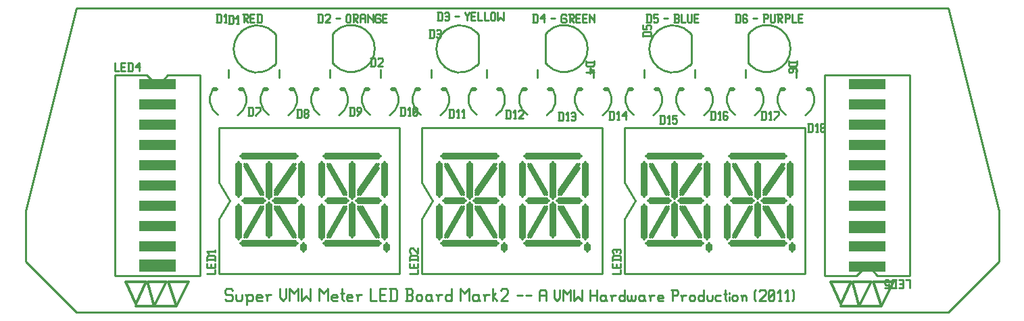
<source format=gbr>
G04 start of page 7 for group -4079 idx -4079 *
G04 Title: (unknown), topsilk *
G04 Creator: pcb 20100929 *
G04 CreationDate: Mon 21 Feb 2011 05:52:53 PM GMT UTC *
G04 For: vince *
G04 Format: Gerber/RS-274X *
G04 PCB-Dimensions: 480000 150000 *
G04 PCB-Coordinate-Origin: lower left *
%MOIN*%
%FSLAX25Y25*%
%LNFRONTSILK*%
%ADD11C,0.0120*%
%ADD13C,0.0200*%
%ADD22C,0.0100*%
G54D13*G36*
X56000Y115000D02*X74000D01*
Y110000D01*
X56000D01*
Y115000D01*
G37*
G36*
Y105000D02*X74000D01*
Y100000D01*
X56000D01*
Y105000D01*
G37*
G36*
Y95000D02*X74000D01*
Y90000D01*
X56000D01*
Y95000D01*
G37*
G36*
Y85000D02*X74000D01*
Y80000D01*
X56000D01*
Y85000D01*
G37*
G36*
Y75000D02*X74000D01*
Y70000D01*
X56000D01*
Y75000D01*
G37*
G36*
Y65000D02*X74000D01*
Y60000D01*
X56000D01*
Y65000D01*
G37*
G36*
Y55000D02*X74000D01*
Y50000D01*
X56000D01*
Y55000D01*
G37*
G36*
Y45000D02*X74000D01*
Y40000D01*
X56000D01*
Y45000D01*
G37*
G36*
Y35000D02*X74000D01*
Y30000D01*
X56000D01*
Y35000D01*
G37*
G36*
Y26000D02*X74000D01*
Y20000D01*
X56000D01*
Y26000D01*
G37*
G36*
X406000Y85000D02*X424000D01*
Y80000D01*
X406000D01*
Y85000D01*
G37*
G36*
Y75000D02*X424000D01*
Y70000D01*
X406000D01*
Y75000D01*
G37*
G36*
Y65000D02*X424000D01*
Y60000D01*
X406000D01*
Y65000D01*
G37*
G36*
Y55000D02*X424000D01*
Y50000D01*
X406000D01*
Y55000D01*
G37*
G36*
Y115000D02*X423000D01*
Y110000D01*
X406000D01*
Y115000D01*
G37*
G36*
Y105000D02*X423000D01*
Y100000D01*
X406000D01*
Y105000D01*
G37*
G36*
Y95000D02*X423000D01*
Y90000D01*
X406000D01*
Y95000D01*
G37*
G36*
Y45000D02*X424000D01*
Y39000D01*
X406000D01*
Y45000D01*
G37*
G36*
Y35000D02*X424000D01*
Y30000D01*
X406000D01*
Y35000D01*
G37*
G36*
Y25000D02*X424000D01*
Y20000D01*
X406000D01*
Y25000D01*
G37*
G36*
X423000Y115000D02*X424000D01*
Y110000D01*
X423000D01*
Y115000D01*
G37*
G36*
Y105000D02*X424000D01*
Y100000D01*
X423000D01*
Y105000D01*
G37*
G36*
Y95000D02*X424000D01*
Y90000D01*
X423000D01*
Y95000D01*
G37*
G54D22*X0Y50000D02*X25000Y150000D01*
X0Y50000D02*Y25000D01*
X25000Y0D01*
G54D11*X49500Y15000D02*X54500Y4000D01*
X116000Y58000D02*X108000Y72000D01*
X104000Y73000D02*Y58000D01*
X106000D02*Y73000D01*
X108000Y38000D02*X116000Y52000D01*
X54500Y4000D02*X59500Y15000D01*
X49500D01*
X70500D02*X80500D01*
X69500D02*X63500Y3000D01*
X60500Y14000D01*
Y15000D02*X69500D01*
X54500Y3000D02*X74500D01*
X70500Y15000D01*
X80500D02*X74500Y3000D01*
X107000Y33000D02*X133000D01*
Y34000D02*X107000D01*
X106000D02*X134000D01*
X107000Y35000D02*X133000D01*
X136000Y31000D02*Y33000D01*
X124000Y52000D02*X133000Y37000D01*
X123000Y51000D02*X132000Y37000D01*
X125000Y52000D02*X133000Y38000D01*
X131000Y39000D01*
X124000Y52000D01*
X135000Y73000D02*Y58000D01*
X137000D02*Y73000D01*
X136000Y36000D02*Y53000D01*
X135000Y52000D02*Y37000D01*
X137000D02*Y52000D01*
X136000Y33000D02*X137000Y30000D01*
Y33000D01*
Y34000D02*Y32000D01*
X118000Y55000D02*X107000D01*
X117000Y54000D02*X108000D01*
X122000Y55000D02*X134000D01*
X133000Y54000D02*X123000D01*
X108000Y56000D02*X117000D01*
X105000Y57000D02*Y74000D01*
X108000Y37000D02*X117000Y52000D01*
Y58000D02*X108000Y73000D01*
X109000Y37000D02*X117000Y51000D01*
X136000Y57000D02*Y74000D01*
X123000Y58000D02*X133000Y73000D01*
X123000Y60000D02*X132000Y73000D01*
X124000Y58000D02*X133000Y71000D01*
X106000Y77000D02*X134000D01*
X107000Y76000D02*X133000D01*
X107000Y78000D02*X133000D01*
X123000Y56000D02*X133000D01*
X123000Y59000D02*X124000Y60000D01*
X123000Y52000D02*X125000Y49000D01*
X105000Y53000D02*Y36000D01*
X106000Y52000D02*Y37000D01*
X104000D02*Y52000D01*
X120000Y54000D02*Y38000D01*
Y37000D02*Y39000D01*
X121000Y53000D02*Y39000D01*
X119000Y53000D02*Y38000D01*
X121000Y40000D02*Y38000D01*
X120000Y56000D02*Y73000D01*
X119000Y57000D02*Y73000D01*
X121000Y57000D02*Y72000D01*
Y73000D02*Y71000D01*
X120000Y72000D02*Y74000D01*
X117000Y59000D02*X109000Y73000D01*
G54D22*X455000Y150000D02*X480000Y50000D01*
Y25000D01*
X455000Y0D01*
G54D11*X333000Y54000D02*X323000D01*
X318000Y55000D02*X307000D01*
X308000Y56000D02*X317000D01*
Y54000D02*X308000D01*
X306000Y77000D02*X334000D01*
X307000Y76000D02*X333000D01*
X307000Y78000D02*X333000D01*
X362000Y73000D02*Y71000D01*
X361000Y72000D02*Y74000D01*
X336000Y57000D02*Y74000D01*
X335000Y73000D02*Y58000D01*
X337000D02*Y73000D01*
X358000Y58000D02*X349000Y73000D01*
X358000Y59000D02*X350000Y73000D01*
X305000Y57000D02*Y74000D01*
X304000Y73000D02*Y58000D01*
X306000D02*Y73000D01*
X316000Y58000D02*X308000Y72000D01*
X307000Y33000D02*X333000D01*
Y34000D02*X307000D01*
X306000D02*X334000D01*
X247000Y33000D02*X273000D01*
Y34000D02*X247000D01*
X246000D02*X274000D01*
X247000Y35000D02*X273000D01*
X246000Y77000D02*X274000D01*
X247000Y76000D02*X273000D01*
X247000Y78000D02*X273000D01*
X258000Y55000D02*X247000D01*
X257000Y54000D02*X248000D01*
X262000Y55000D02*X274000D01*
X263000Y56000D02*X273000D01*
Y54000D02*X263000D01*
X248000Y56000D02*X257000D01*
X256000Y58000D02*X248000Y72000D01*
X245000Y57000D02*Y74000D01*
X244000Y73000D02*Y58000D01*
X246000D02*Y73000D01*
X360000Y53000D02*Y38000D01*
X362000Y40000D02*Y38000D01*
X364000Y52000D02*X366000Y49000D01*
X364000Y58000D02*X374000Y73000D01*
X364000Y60000D02*X373000Y73000D01*
X364000Y59000D02*X365000Y60000D01*
Y58000D02*X374000Y71000D01*
X349000Y37000D02*X358000Y52000D01*
X349000Y38000D02*X357000Y52000D01*
X350000Y37000D02*X358000Y51000D01*
X372000Y39000D02*X365000Y52000D01*
X377000Y31000D02*Y33000D01*
X378000Y30000D01*
Y33000D01*
Y34000D02*Y32000D01*
X365000Y52000D02*X374000Y37000D01*
X364000Y51000D02*X373000Y37000D01*
X366000Y52000D02*X374000Y38000D01*
X372000Y39000D01*
X379000Y33000D02*Y31000D01*
X397000Y15000D02*X402000Y4000D01*
X407000Y15000D01*
X397000D01*
X417000D02*X411000Y3000D01*
X408000Y14000D01*
Y15000D02*X417000D01*
X402000Y3000D02*X422000D01*
X418000Y15000D01*
X428000D01*
X422000Y3000D01*
G54D22*X25000Y150000D02*X455000D01*
Y0D02*X25000D01*
G54D11*X234000Y52000D02*Y37000D01*
X236000D02*Y52000D01*
X235000Y31000D02*Y33000D01*
X236000Y30000D01*
Y33000D01*
Y34000D02*Y32000D01*
X245000Y53000D02*Y36000D01*
X246000Y52000D02*Y37000D01*
X248000D02*X257000Y52000D01*
X248000Y38000D02*X256000Y52000D01*
X249000Y37000D02*X257000Y51000D01*
X244000Y37000D02*Y52000D01*
X219000Y54000D02*Y38000D01*
X218000Y53000D02*Y38000D01*
X207000Y37000D02*X216000Y52000D01*
X207000Y38000D02*X215000Y52000D01*
X208000Y37000D02*X216000Y51000D01*
X219000Y37000D02*Y39000D01*
X220000Y53000D02*Y39000D01*
Y40000D02*Y38000D01*
X222000Y52000D02*X224000Y49000D01*
X223000Y52000D02*X232000Y37000D01*
X222000Y51000D02*X231000Y37000D01*
X224000Y52000D02*X232000Y38000D01*
X230000Y39000D01*
X223000Y52000D01*
X166000D02*X174000Y38000D01*
X172000Y39000D01*
X179000Y33000D02*Y31000D01*
X172000Y39000D02*X165000Y52000D01*
X158000Y59000D02*X150000Y73000D01*
X138000Y33000D02*Y31000D01*
X174000Y34000D02*X148000D01*
X147000D02*X175000D01*
X148000Y35000D02*X174000D01*
X147000Y77000D02*X175000D01*
X148000Y76000D02*X174000D01*
X148000Y78000D02*X174000D01*
X157000Y58000D02*X149000Y72000D01*
X146000Y57000D02*Y74000D01*
X145000Y73000D02*Y58000D01*
X147000D02*Y73000D01*
X161000Y56000D02*Y73000D01*
X160000Y57000D02*Y73000D01*
X162000Y57000D02*Y72000D01*
Y73000D02*Y71000D01*
X161000Y72000D02*Y74000D01*
X159000Y55000D02*X148000D01*
X149000Y56000D02*X158000D01*
Y54000D02*X149000D01*
X163000Y55000D02*X175000D01*
X164000Y56000D02*X174000D01*
Y54000D02*X164000D01*
X177000Y57000D02*Y74000D01*
X176000Y73000D02*Y58000D01*
X178000D02*Y73000D01*
X177000Y36000D02*Y53000D01*
X176000Y52000D02*Y37000D01*
X178000D02*Y52000D01*
X146000Y53000D02*Y36000D01*
X147000Y52000D02*Y37000D01*
X145000D02*Y52000D01*
X161000Y54000D02*Y38000D01*
Y37000D02*Y39000D01*
X162000Y53000D02*Y39000D01*
X160000Y53000D02*Y38000D01*
X162000Y40000D02*Y38000D01*
X148000Y33000D02*X174000D01*
X206000D02*X232000D01*
Y34000D02*X206000D01*
X205000D02*X233000D01*
X206000Y35000D02*X232000D01*
X217000Y55000D02*X206000D01*
X207000Y56000D02*X216000D01*
Y54000D02*X207000D01*
X204000Y53000D02*Y36000D01*
X203000Y37000D02*Y52000D01*
X205000D02*Y37000D01*
X215000Y58000D02*X207000Y72000D01*
X204000Y57000D02*Y74000D01*
X203000Y73000D02*Y58000D01*
X205000D02*Y73000D01*
Y77000D02*X233000D01*
X206000Y76000D02*X232000D01*
X206000Y78000D02*X232000D01*
X235000Y57000D02*Y74000D01*
X234000Y73000D02*Y58000D01*
X236000D02*Y73000D01*
X307000Y35000D02*X333000D01*
X322000Y55000D02*X334000D01*
X323000Y56000D02*X333000D01*
X221000Y55000D02*X233000D01*
X222000Y56000D02*X232000D01*
Y54000D02*X222000D01*
X235000Y36000D02*Y53000D01*
X219000Y56000D02*Y73000D01*
X218000Y57000D02*Y73000D01*
X220000Y57000D02*Y72000D01*
Y73000D02*Y71000D01*
X219000Y72000D02*Y74000D01*
X222000Y58000D02*X232000Y73000D01*
X222000Y60000D02*X231000Y73000D01*
X222000Y59000D02*X223000Y60000D01*
Y58000D02*X232000Y71000D01*
X216000Y58000D02*X207000Y73000D01*
X216000Y59000D02*X208000Y73000D01*
X164000Y58000D02*X174000Y73000D01*
X164000Y60000D02*X173000Y73000D01*
X164000Y59000D02*X165000Y60000D01*
Y58000D02*X174000Y71000D01*
X158000Y58000D02*X149000Y73000D01*
X177000Y31000D02*Y33000D01*
X178000Y30000D01*
Y33000D01*
Y34000D02*Y32000D01*
X164000Y52000D02*X166000Y49000D01*
X149000Y37000D02*X158000Y52000D01*
X165000D02*X174000Y37000D01*
X149000Y38000D02*X157000Y52000D01*
X150000Y37000D02*X158000Y51000D01*
X164000D02*X173000Y37000D01*
X276000Y36000D02*Y53000D01*
X275000Y52000D02*Y37000D01*
X277000D02*Y52000D01*
X259000Y53000D02*Y38000D01*
X260000Y54000D02*Y38000D01*
Y37000D02*Y39000D01*
X261000Y53000D02*Y39000D01*
Y40000D02*Y38000D01*
X276000Y31000D02*Y33000D01*
X277000Y30000D01*
Y33000D01*
Y34000D02*Y32000D01*
X278000Y33000D02*Y31000D01*
X263000Y52000D02*X265000Y49000D01*
X264000Y52000D02*X273000Y37000D01*
X263000Y51000D02*X272000Y37000D01*
X265000Y52000D02*X273000Y38000D01*
X271000Y39000D01*
X264000Y52000D01*
X276000Y57000D02*Y74000D01*
X275000Y73000D02*Y58000D01*
X277000D02*Y73000D01*
X260000Y56000D02*Y73000D01*
X259000Y57000D02*Y73000D01*
X261000Y57000D02*Y72000D01*
Y73000D02*Y71000D01*
X260000Y72000D02*Y74000D01*
X263000Y58000D02*X273000Y73000D01*
X263000Y60000D02*X272000Y73000D01*
X263000Y59000D02*X264000Y60000D01*
Y58000D02*X273000Y71000D01*
X257000Y58000D02*X248000Y73000D01*
X257000Y59000D02*X249000Y73000D01*
X305000Y53000D02*Y36000D01*
X304000Y37000D02*Y52000D01*
X306000D02*Y37000D01*
X320000Y54000D02*Y38000D01*
X319000Y53000D02*Y38000D01*
X337000Y37000D02*Y52000D01*
X336000Y36000D02*Y53000D01*
X335000Y52000D02*Y37000D01*
X320000D02*Y39000D01*
X321000Y53000D02*Y39000D01*
Y40000D02*Y38000D01*
X320000Y56000D02*Y73000D01*
X321000Y57000D02*Y72000D01*
Y73000D02*Y71000D01*
X320000Y72000D02*Y74000D01*
X319000Y57000D02*Y73000D01*
X323000Y58000D02*X333000Y73000D01*
X323000Y60000D02*X332000Y73000D01*
X323000Y59000D02*X324000Y60000D01*
X237000Y33000D02*Y31000D01*
X336000D02*Y33000D01*
X337000Y30000D01*
Y33000D01*
X338000D02*Y31000D01*
X308000Y37000D02*X317000Y52000D01*
X308000Y38000D02*X316000Y52000D01*
X309000Y37000D02*X317000Y51000D01*
Y58000D02*X308000Y73000D01*
X317000Y59000D02*X309000Y73000D01*
X324000Y58000D02*X333000Y71000D01*
X323000Y52000D02*X325000Y49000D01*
X324000Y52000D02*X333000Y37000D01*
X323000Y51000D02*X332000Y37000D01*
X325000Y52000D02*X333000Y38000D01*
X331000Y39000D01*
X324000Y52000D01*
X337000Y34000D02*Y32000D01*
X348000Y33000D02*X374000D01*
Y34000D02*X348000D01*
X347000D02*X375000D01*
X348000Y35000D02*X374000D01*
X363000Y55000D02*X375000D01*
X364000Y56000D02*X374000D01*
Y54000D02*X364000D01*
X361000D02*Y38000D01*
Y37000D02*Y39000D01*
X362000Y53000D02*Y39000D01*
X377000Y57000D02*Y74000D01*
X376000Y73000D02*Y58000D01*
X378000D02*Y73000D01*
X377000Y36000D02*Y53000D01*
X376000Y52000D02*Y37000D01*
X378000D02*Y52000D01*
X357000Y58000D02*X349000Y72000D01*
X359000Y55000D02*X348000D01*
X349000Y56000D02*X358000D01*
X347000Y77000D02*X375000D01*
X348000Y76000D02*X374000D01*
X348000Y78000D02*X374000D01*
X346000Y57000D02*Y74000D01*
X345000Y73000D02*Y58000D01*
X347000D02*Y73000D01*
X346000Y53000D02*Y36000D01*
X345000Y37000D02*Y52000D01*
X347000D02*Y37000D01*
X358000Y54000D02*X349000D01*
X361000Y56000D02*Y73000D01*
X360000Y57000D02*Y73000D01*
X362000Y57000D02*Y72000D01*
G54D22*X250500Y147000D02*Y143000D01*
X252000Y147000D02*X252500Y146500D01*
Y143500D01*
X252000Y143000D02*X252500Y143500D01*
X250000Y143000D02*X252000D01*
X250000Y147000D02*X252000D01*
X253701Y145000D02*X255701Y147000D01*
X253701Y145000D02*X256201D01*
X255701Y147000D02*Y143000D01*
X259202Y145000D02*X261202D01*
X266203Y147000D02*X266703Y146500D01*
X264703Y147000D02*X266203D01*
X264203Y146500D02*X264703Y147000D01*
X264203Y146500D02*Y143500D01*
X264703Y143000D01*
X266203D01*
X266703Y143500D01*
Y144500D02*Y143500D01*
X266203Y145000D02*X266703Y144500D01*
X265203Y145000D02*X266203D01*
X267904Y147000D02*X269904D01*
X270404Y146500D01*
Y145500D01*
X269904Y145000D02*X270404Y145500D01*
X268404Y145000D02*X269904D01*
X268404Y147000D02*Y143000D01*
Y145000D02*X270404Y143000D01*
X271605Y145000D02*X273105D01*
X271605Y143000D02*X273605D01*
X271605Y147000D02*Y143000D01*
Y147000D02*X273605D01*
X274806Y145000D02*X276306D01*
X274806Y143000D02*X276806D01*
X274806Y147000D02*Y143000D01*
Y147000D02*X276806D01*
X278007D02*Y143000D01*
Y147000D02*Y146500D01*
X280507Y144000D01*
Y147000D02*Y143000D01*
X306500Y147000D02*Y143000D01*
X308000Y147000D02*X308500Y146500D01*
Y143500D01*
X308000Y143000D02*X308500Y143500D01*
X306000Y143000D02*X308000D01*
X306000Y147000D02*X308000D01*
X309701D02*X311701D01*
X309701D02*Y145000D01*
X310201Y145500D01*
X311201D01*
X311701Y145000D01*
Y143500D01*
X311201Y143000D02*X311701Y143500D01*
X310201Y143000D02*X311201D01*
X309701Y143500D02*X310201Y143000D01*
X314702Y145000D02*X316702D01*
X319703Y143000D02*X321703D01*
X322203Y143500D01*
Y144500D02*Y143500D01*
X321703Y145000D02*X322203Y144500D01*
X320203Y145000D02*X321703D01*
X320203Y147000D02*Y143000D01*
X319703Y147000D02*X321703D01*
X322203Y146500D01*
Y145500D01*
X321703Y145000D02*X322203Y145500D01*
X323404Y147000D02*Y143000D01*
X325404D01*
X326605Y147000D02*Y143500D01*
X327105Y143000D01*
X328105D01*
X328605Y143500D01*
Y147000D02*Y143500D01*
X329806Y145000D02*X331306D01*
X329806Y143000D02*X331806D01*
X329806Y147000D02*Y143000D01*
Y147000D02*X331806D01*
X350500D02*Y143000D01*
X352000Y147000D02*X352500Y146500D01*
Y143500D01*
X352000Y143000D02*X352500Y143500D01*
X350000Y143000D02*X352000D01*
X350000Y147000D02*X352000D01*
X355201D02*X355701Y146500D01*
X354201Y147000D02*X355201D01*
X353701Y146500D02*X354201Y147000D01*
X353701Y146500D02*Y143500D01*
X354201Y143000D01*
X355201Y145000D02*X355701Y144500D01*
X353701Y145000D02*X355201D01*
X354201Y143000D02*X355201D01*
X355701Y143500D01*
Y144500D02*Y143500D01*
X358702Y145000D02*X360702D01*
X364203Y147000D02*Y143000D01*
X363703Y147000D02*X365703D01*
X366203Y146500D01*
Y145500D01*
X365703Y145000D02*X366203Y145500D01*
X364203Y145000D02*X365703D01*
X367404Y147000D02*Y143500D01*
X367904Y143000D01*
X368904D01*
X369404Y143500D01*
Y147000D02*Y143500D01*
X370605Y147000D02*X372605D01*
X373105Y146500D01*
Y145500D01*
X372605Y145000D02*X373105Y145500D01*
X371105Y145000D02*X372605D01*
X371105Y147000D02*Y143000D01*
Y145000D02*X373105Y143000D01*
X374806Y147000D02*Y143000D01*
X374306Y147000D02*X376306D01*
X376806Y146500D01*
Y145500D01*
X376306Y145000D02*X376806Y145500D01*
X374806Y145000D02*X376306D01*
X378007Y147000D02*Y143000D01*
X380007D01*
X381208Y145000D02*X382708D01*
X381208Y143000D02*X383208D01*
X381208Y147000D02*Y143000D01*
Y147000D02*X383208D01*
X242500Y8510D02*X245160D01*
X246757D02*X249417D01*
X253408Y10505D02*Y5850D01*
Y10505D02*X254073Y11170D01*
X256068D01*
X256733Y10505D01*
Y5850D01*
X253408Y8510D02*X256733D01*
X260724Y11170D02*Y7180D01*
X262054Y5850D01*
X263384Y7180D01*
Y11170D02*Y7180D01*
X264982Y11170D02*Y5850D01*
Y11170D02*X266977Y9175D01*
X268972Y11170D01*
Y5850D01*
X270569Y11170D02*Y5850D01*
X272564Y7845D01*
X274559Y5850D01*
Y11170D02*Y5850D01*
X278550Y11170D02*Y5850D01*
X281875Y11170D02*Y5850D01*
X278550Y8510D02*X281875D01*
X285468D02*X286133Y7845D01*
X284138Y8510D02*X285468D01*
X283473Y7845D02*X284138Y8510D01*
X283473Y7845D02*Y6515D01*
X284138Y5850D01*
X286133Y8510D02*Y6515D01*
X286798Y5850D01*
X284138D02*X285468D01*
X286133Y6515D01*
X289060Y7845D02*Y5850D01*
Y7845D02*X289725Y8510D01*
X291055D01*
X288395D02*X289060Y7845D01*
X295312Y11170D02*Y5850D01*
X294647D02*X295312Y6515D01*
X293317Y5850D02*X294647D01*
X292652Y6515D02*X293317Y5850D01*
X292652Y7845D02*Y6515D01*
Y7845D02*X293317Y8510D01*
X294647D01*
X295312Y7845D01*
X296910Y8510D02*Y6515D01*
X297575Y5850D01*
X298240D01*
X298905Y6515D01*
Y8510D02*Y6515D01*
X299570Y5850D01*
X300235D01*
X300900Y6515D01*
Y8510D02*Y6515D01*
X304492Y8510D02*X305157Y7845D01*
X303162Y8510D02*X304492D01*
X302497Y7845D02*X303162Y8510D01*
X302497Y7845D02*Y6515D01*
X303162Y5850D01*
X305157Y8510D02*Y6515D01*
X305822Y5850D01*
X303162D02*X304492D01*
X305157Y6515D01*
X308084Y7845D02*Y5850D01*
Y7845D02*X308749Y8510D01*
X310079D01*
X307419D02*X308084Y7845D01*
X312342Y5850D02*X314337D01*
X311677Y6515D02*X312342Y5850D01*
X311677Y7845D02*Y6515D01*
Y7845D02*X312342Y8510D01*
X313672D01*
X314337Y7845D01*
X311677Y7180D02*X314337D01*
Y7845D02*Y7180D01*
X318993Y11170D02*Y5850D01*
X318328Y11170D02*X320988D01*
X321653Y10505D01*
Y9175D01*
X320988Y8510D02*X321653Y9175D01*
X318993Y8510D02*X320988D01*
X323915Y7845D02*Y5850D01*
Y7845D02*X324580Y8510D01*
X325910D01*
X323250D02*X323915Y7845D01*
X327508D02*Y6515D01*
Y7845D02*X328173Y8510D01*
X329503D01*
X330168Y7845D01*
Y6515D01*
X329503Y5850D02*X330168Y6515D01*
X328173Y5850D02*X329503D01*
X327508Y6515D02*X328173Y5850D01*
X334425Y11170D02*Y5850D01*
X333760D02*X334425Y6515D01*
X332430Y5850D02*X333760D01*
X331765Y6515D02*X332430Y5850D01*
X331765Y7845D02*Y6515D01*
Y7845D02*X332430Y8510D01*
X333760D01*
X334425Y7845D01*
X336022Y8510D02*Y6515D01*
X336687Y5850D01*
X338017D01*
X338682Y6515D01*
Y8510D02*Y6515D01*
X340945Y8510D02*X342940D01*
X340280Y7845D02*X340945Y8510D01*
X340280Y7845D02*Y6515D01*
X340945Y5850D01*
X342940D01*
X345202Y11170D02*Y6515D01*
X345867Y5850D01*
X344537Y9175D02*X345867D01*
X347198Y9840D02*Y9175D01*
Y7845D02*Y5850D01*
X348530Y7845D02*Y6515D01*
Y7845D02*X349195Y8510D01*
X350525D01*
X351190Y7845D01*
Y6515D01*
X350525Y5850D02*X351190Y6515D01*
X349195Y5850D02*X350525D01*
X348530Y6515D02*X349195Y5850D01*
X353452Y7845D02*Y5850D01*
Y7845D02*X354117Y8510D01*
X354782D01*
X355447Y7845D01*
Y5850D01*
X352787Y8510D02*X353452Y7845D01*
X359438Y6515D02*X360103Y5850D01*
X359438Y10505D02*X360103Y11170D01*
X359438Y10505D02*Y6515D01*
X361701Y10505D02*X362366Y11170D01*
X364361D01*
X365026Y10505D01*
Y9175D01*
X361701Y5850D02*X365026Y9175D01*
X361701Y5850D02*X365026D01*
X366623Y6515D02*X367288Y5850D01*
X366623Y10505D02*Y6515D01*
Y10505D02*X367288Y11170D01*
X368618D01*
X369283Y10505D01*
Y6515D01*
X368618Y5850D02*X369283Y6515D01*
X367288Y5850D02*X368618D01*
X366623Y7180D02*X369283Y9840D01*
X371545Y5850D02*X372875D01*
X372210Y11170D02*Y5850D01*
X370880Y9840D02*X372210Y11170D01*
X375138Y5850D02*X376468D01*
X375803Y11170D02*Y5850D01*
X374473Y9840D02*X375803Y11170D01*
X378065D02*X378730Y10505D01*
Y6515D01*
X378065Y5850D02*X378730Y6515D01*
X94500Y147000D02*Y143000D01*
X96000Y147000D02*X96500Y146500D01*
Y143500D01*
X96000Y143000D02*X96500Y143500D01*
X94000Y143000D02*X96000D01*
X94000Y147000D02*X96000D01*
X98201Y143000D02*X99201D01*
X98701Y147000D02*Y143000D01*
X97701Y146000D02*X98701Y147000D01*
X102202Y145000D02*X104202D01*
X107203Y147000D02*X109203D01*
X109703Y146500D01*
Y145500D01*
X109203Y145000D02*X109703Y145500D01*
X107703Y145000D02*X109203D01*
X107703Y147000D02*Y143000D01*
Y145000D02*X109703Y143000D01*
X110904Y145000D02*X112404D01*
X110904Y143000D02*X112904D01*
X110904Y147000D02*Y143000D01*
Y147000D02*X112904D01*
X114605D02*Y143000D01*
X116105Y147000D02*X116605Y146500D01*
Y143500D01*
X116105Y143000D02*X116605Y143500D01*
X114105Y143000D02*X116105D01*
X114105Y147000D02*X116105D01*
X144500D02*Y143000D01*
X146000Y147000D02*X146500Y146500D01*
Y143500D01*
X146000Y143000D02*X146500Y143500D01*
X144000Y143000D02*X146000D01*
X144000Y147000D02*X146000D01*
X147701Y146500D02*X148201Y147000D01*
X149701D01*
X150201Y146500D01*
Y145500D01*
X147701Y143000D02*X150201Y145500D01*
X147701Y143000D02*X150201D01*
X153202Y145000D02*X155202D01*
X158203Y146500D02*Y143500D01*
Y146500D02*X158703Y147000D01*
X159703D01*
X160203Y146500D01*
Y143500D01*
X159703Y143000D02*X160203Y143500D01*
X158703Y143000D02*X159703D01*
X158203Y143500D02*X158703Y143000D01*
X161404Y147000D02*X163404D01*
X163904Y146500D01*
Y145500D01*
X163404Y145000D02*X163904Y145500D01*
X161904Y145000D02*X163404D01*
X161904Y147000D02*Y143000D01*
Y145000D02*X163904Y143000D01*
X165105Y146500D02*Y143000D01*
Y146500D02*X165605Y147000D01*
X167105D01*
X167605Y146500D01*
Y143000D01*
X165105Y145000D02*X167605D01*
X168806Y147000D02*Y143000D01*
Y147000D02*Y146500D01*
X171306Y144000D01*
Y147000D02*Y143000D01*
X174507Y147000D02*X175007Y146500D01*
X173007Y147000D02*X174507D01*
X172507Y146500D02*X173007Y147000D01*
X172507Y146500D02*Y143500D01*
X173007Y143000D01*
X174507D01*
X175007Y143500D01*
Y144500D02*Y143500D01*
X174507Y145000D02*X175007Y144500D01*
X173507Y145000D02*X174507D01*
X176208D02*X177708D01*
X176208Y143000D02*X178208D01*
X176208Y147000D02*Y143000D01*
Y147000D02*X178208D01*
X203500Y148000D02*Y144000D01*
X205000Y148000D02*X205500Y147500D01*
Y144500D01*
X205000Y144000D02*X205500Y144500D01*
X203000Y144000D02*X205000D01*
X203000Y148000D02*X205000D01*
X206701Y147500D02*X207201Y148000D01*
X208201D01*
X208701Y147500D01*
Y144500D01*
X208201Y144000D02*X208701Y144500D01*
X207201Y144000D02*X208201D01*
X206701Y144500D02*X207201Y144000D01*
Y146000D02*X208701D01*
X211702D02*X213702D01*
X216703Y148000D02*Y147500D01*
X217703Y146500D01*
X218703Y147500D01*
Y148000D02*Y147500D01*
X217703Y146500D02*Y144000D01*
X219904Y146000D02*X221404D01*
X219904Y144000D02*X221904D01*
X219904Y148000D02*Y144000D01*
Y148000D02*X221904D01*
X223105D02*Y144000D01*
X225105D01*
X226306Y148000D02*Y144000D01*
X228306D01*
X229507Y147500D02*Y144500D01*
Y147500D02*X230007Y148000D01*
X231007D01*
X231507Y147500D01*
Y144500D01*
X231007Y144000D02*X231507Y144500D01*
X230007Y144000D02*X231007D01*
X229507Y144500D02*X230007Y144000D01*
X232708Y148000D02*Y144000D01*
X234208Y145500D01*
X235708Y144000D01*
Y148000D02*Y144000D01*
X101380Y11560D02*X102100Y10840D01*
X99220Y11560D02*X101380D01*
X98500Y10840D02*X99220Y11560D01*
X98500Y10840D02*Y9400D01*
X99220Y8680D01*
X101380D01*
X102100Y7960D01*
Y6520D01*
X101380Y5800D02*X102100Y6520D01*
X99220Y5800D02*X101380D01*
X98500Y6520D02*X99220Y5800D01*
X103829Y8680D02*Y6520D01*
X104549Y5800D01*
X105989D01*
X106709Y6520D01*
Y8680D02*Y6520D01*
X109158Y7960D02*Y3640D01*
X108438Y8680D02*X109158Y7960D01*
X109878Y8680D01*
X111318D01*
X112038Y7960D01*
Y6520D01*
X111318Y5800D02*X112038Y6520D01*
X109878Y5800D02*X111318D01*
X109158Y6520D02*X109878Y5800D01*
X114488D02*X116648D01*
X113768Y6520D02*X114488Y5800D01*
X113768Y7960D02*Y6520D01*
Y7960D02*X114488Y8680D01*
X115928D01*
X116648Y7960D01*
X113768Y7240D02*X116648D01*
Y7960D02*Y7240D01*
X119097Y7960D02*Y5800D01*
Y7960D02*X119817Y8680D01*
X121257D01*
X118377D02*X119097Y7960D01*
X125579Y11560D02*Y7240D01*
X127019Y5800D01*
X128459Y7240D01*
Y11560D02*Y7240D01*
X130188Y11560D02*Y5800D01*
Y11560D02*X132348Y9400D01*
X134508Y11560D01*
Y5800D01*
X136238Y11560D02*Y5800D01*
X138398Y7960D01*
X140558Y5800D01*
Y11560D02*Y5800D01*
X144879Y11560D02*Y5800D01*
Y11560D02*X147039Y9400D01*
X149199Y11560D01*
Y5800D01*
X151648D02*X153808D01*
X150928Y6520D02*X151648Y5800D01*
X150928Y7960D02*Y6520D01*
Y7960D02*X151648Y8680D01*
X153088D01*
X153808Y7960D01*
X150928Y7240D02*X153808D01*
Y7960D02*Y7240D01*
X156258Y11560D02*Y6520D01*
X156978Y5800D01*
X155538Y9400D02*X156978D01*
X159139Y5800D02*X161299D01*
X158419Y6520D02*X159139Y5800D01*
X158419Y7960D02*Y6520D01*
Y7960D02*X159139Y8680D01*
X160579D01*
X161299Y7960D01*
X158419Y7240D02*X161299D01*
Y7960D02*Y7240D01*
X163749Y7960D02*Y5800D01*
Y7960D02*X164469Y8680D01*
X165909D01*
X163029D02*X163749Y7960D01*
X170230Y11560D02*Y5800D01*
X173110D01*
X174840Y8680D02*X177000D01*
X174840Y5800D02*X177720D01*
X174840Y11560D02*Y5800D01*
Y11560D02*X177720D01*
X180169D02*Y5800D01*
X182329Y11560D02*X183049Y10840D01*
Y6520D01*
X182329Y5800D02*X183049Y6520D01*
X179449Y5800D02*X182329D01*
X179449Y11560D02*X182329D01*
X187371Y5800D02*X190251D01*
X190971Y6520D01*
Y7960D02*Y6520D01*
X190251Y8680D02*X190971Y7960D01*
X188091Y8680D02*X190251D01*
X188091Y11560D02*Y5800D01*
X187371Y11560D02*X190251D01*
X190971Y10840D01*
Y9400D01*
X190251Y8680D02*X190971Y9400D01*
X192700Y7960D02*Y6520D01*
Y7960D02*X193420Y8680D01*
X194860D01*
X195580Y7960D01*
Y6520D01*
X194860Y5800D02*X195580Y6520D01*
X193420Y5800D02*X194860D01*
X192700Y6520D02*X193420Y5800D01*
X199469Y8680D02*X200189Y7960D01*
X198029Y8680D02*X199469D01*
X197309Y7960D02*X198029Y8680D01*
X197309Y7960D02*Y6520D01*
X198029Y5800D01*
X200189Y8680D02*Y6520D01*
X200909Y5800D01*
X198029D02*X199469D01*
X200189Y6520D01*
X203359Y7960D02*Y5800D01*
Y7960D02*X204079Y8680D01*
X205519D01*
X202639D02*X203359Y7960D01*
X210128Y11560D02*Y5800D01*
X209408D02*X210128Y6520D01*
X207968Y5800D02*X209408D01*
X207248Y6520D02*X207968Y5800D01*
X207248Y7960D02*Y6520D01*
Y7960D02*X207968Y8680D01*
X209408D01*
X210128Y7960D01*
X214450Y11560D02*Y5800D01*
Y11560D02*X216610Y9400D01*
X218770Y11560D01*
Y5800D01*
X222659Y8680D02*X223379Y7960D01*
X221219Y8680D02*X222659D01*
X220499Y7960D02*X221219Y8680D01*
X220499Y7960D02*Y6520D01*
X221219Y5800D01*
X223379Y8680D02*Y6520D01*
X224099Y5800D01*
X221219D02*X222659D01*
X223379Y6520D01*
X226549Y7960D02*Y5800D01*
Y7960D02*X227269Y8680D01*
X228709D01*
X225829D02*X226549Y7960D01*
X230438Y11560D02*Y5800D01*
Y7960D02*X232598Y5800D01*
X230438Y7960D02*X231878Y9400D01*
X234328Y10840D02*X235048Y11560D01*
X237208D01*
X237928Y10840D01*
Y9400D01*
X234328Y5800D02*X237928Y9400D01*
X234328Y5800D02*X237928D01*
X305000Y119750D02*Y115749D01*
G54D13*X297951Y110000D02*X299250D01*
X310750D02*X312049D01*
G54D22*X309663Y97239D02*G75*G03X312679Y109798I-4663J7761D01*G01*
X297493Y110064D02*G75*G03X300068Y97405I7506J-5063D01*G01*
X330000Y119750D02*Y115749D01*
G54D13*X322951Y110000D02*X324250D01*
X335750D02*X337049D01*
G54D22*X334663Y97239D02*G75*G03X337679Y109798I-4663J7761D01*G01*
X322493Y110064D02*G75*G03X325068Y97405I7506J-5063D01*G01*
X327500Y121700D02*X328400Y122600D01*
X327500Y138100D02*X328500Y137100D01*
Y137200D02*Y122700D01*
X327502Y138103D02*G75*G03X327502Y121697I-8202J-8202D01*G01*
X355000Y119750D02*Y115749D01*
G54D13*X347951Y110000D02*X349250D01*
X360750D02*X362049D01*
G54D22*X359663Y97239D02*G75*G03X362679Y109798I-4663J7761D01*G01*
X347493Y110064D02*G75*G03X350068Y97405I7506J-5063D01*G01*
X380000Y119750D02*Y115749D01*
G54D13*X372951Y110000D02*X374250D01*
X385750D02*X387049D01*
G54D22*X384663Y97239D02*G75*G03X387679Y109798I-4663J7761D01*G01*
X372493Y110064D02*G75*G03X375068Y97405I7506J-5063D01*G01*
X357500Y138300D02*X356600Y137400D01*
X357500Y121900D02*X356500Y122900D01*
Y137300D02*Y122800D01*
X357497Y121898D02*G75*G03X357497Y138302I8202J8202D01*G01*
X420250Y18000D02*X436000D01*
X415000Y23250D02*X420250Y18000D01*
X409750D02*X415000Y23250D01*
X394000Y18000D02*X409750D01*
X394000Y117000D02*Y18000D01*
Y117000D02*X436000D01*
Y18000D01*
X295500Y46000D02*Y19000D01*
X300750Y55000D02*X295500Y46000D01*
Y64000D02*X300750Y55000D01*
X295500Y91000D02*Y64000D01*
Y91000D02*X384500D01*
Y19000D01*
X295500D02*X384500D01*
X175000Y119750D02*Y115749D01*
G54D13*X167951Y110000D02*X169250D01*
X180750D02*X182049D01*
G54D22*X179663Y97239D02*G75*G03X182679Y109798I-4663J7761D01*G01*
X167493Y110064D02*G75*G03X170068Y97405I7506J-5063D01*G01*
X200000Y119750D02*Y115749D01*
G54D13*X192951Y110000D02*X194250D01*
X205750D02*X207049D01*
G54D22*X204663Y97239D02*G75*G03X207679Y109798I-4663J7761D01*G01*
X192493Y110064D02*G75*G03X195068Y97405I7506J-5063D01*G01*
X227500Y119750D02*Y115749D01*
G54D13*X220451Y110000D02*X221750D01*
X233250D02*X234549D01*
G54D22*X232163Y97239D02*G75*G03X235179Y109798I-4663J7761D01*G01*
X219993Y110064D02*G75*G03X222568Y97405I7506J-5063D01*G01*
X252500Y119750D02*Y115749D01*
G54D13*X245451Y110000D02*X246750D01*
X258250D02*X259549D01*
G54D22*X257163Y97239D02*G75*G03X260179Y109798I-4663J7761D01*G01*
X244993Y110064D02*G75*G03X247568Y97405I7506J-5063D01*G01*
X152500Y138300D02*X151600Y137400D01*
X152500Y121900D02*X151500Y122900D01*
Y137300D02*Y122800D01*
X152497Y121898D02*G75*G03X152497Y138302I8202J8202D01*G01*
X122500Y121700D02*X123400Y122600D01*
X122500Y138100D02*X123500Y137100D01*
Y137200D02*Y122700D01*
X122502Y138103D02*G75*G03X122502Y121697I-8202J-8202D01*G01*
X100000Y119750D02*Y115749D01*
G54D13*X92951Y110000D02*X94250D01*
X105750D02*X107049D01*
G54D22*X104663Y97239D02*G75*G03X107679Y109798I-4663J7761D01*G01*
X92493Y110064D02*G75*G03X95068Y97405I7506J-5063D01*G01*
X125000Y119750D02*Y115749D01*
G54D13*X117951Y110000D02*X119250D01*
X130750D02*X132049D01*
G54D22*X129663Y97239D02*G75*G03X132679Y109798I-4663J7761D01*G01*
X117493Y110064D02*G75*G03X120068Y97405I7506J-5063D01*G01*
X150000Y119750D02*Y115749D01*
G54D13*X142951Y110000D02*X144250D01*
X155750D02*X157049D01*
G54D22*X154663Y97239D02*G75*G03X157679Y109798I-4663J7761D01*G01*
X142493Y110064D02*G75*G03X145068Y97405I7506J-5063D01*G01*
X59750Y117000D02*X44000D01*
X65000Y111750D02*X59750Y117000D01*
X70250D02*X65000Y111750D01*
X86000Y117000D02*X70250D01*
X86000Y18000D02*Y117000D01*
X44000Y18000D02*X86000D01*
X44000Y117000D02*Y18000D01*
X95500Y46000D02*Y19000D01*
X100750Y55000D02*X95500Y46000D01*
Y64000D02*X100750Y55000D01*
X95500Y91000D02*Y64000D01*
Y91000D02*X184500D01*
Y19000D01*
X95500D02*X184500D01*
X280000Y119750D02*Y115749D01*
G54D13*X272951Y110000D02*X274250D01*
X285750D02*X287049D01*
G54D22*X284663Y97239D02*G75*G03X287679Y109798I-4663J7761D01*G01*
X272493Y110064D02*G75*G03X275068Y97405I7506J-5063D01*G01*
X257500Y138300D02*X256600Y137400D01*
X257500Y121900D02*X256500Y122900D01*
Y137300D02*Y122800D01*
X257497Y121898D02*G75*G03X257497Y138302I8202J8202D01*G01*
X222500Y121700D02*X223400Y122600D01*
X222500Y138100D02*X223500Y137100D01*
Y137200D02*Y122700D01*
X222502Y138103D02*G75*G03X222502Y121697I-8202J-8202D01*G01*
X195500Y46000D02*Y19000D01*
X200750Y55000D02*X195500Y46000D01*
Y64000D02*X200750Y55000D01*
X195500Y91000D02*Y64000D01*
Y91000D02*X284500D01*
Y19000D01*
X195500D02*X284500D01*
X110211Y101083D02*Y97083D01*
X111711Y101083D02*X112211Y100583D01*
Y97583D01*
X111711Y97083D02*X112211Y97583D01*
X109711Y97083D02*X111711D01*
X109711Y101083D02*X111711D01*
X113412Y97083D02*X115912Y99583D01*
Y101083D02*Y99583D01*
X113412Y101083D02*X115912D01*
X134211Y100083D02*Y96083D01*
X135711Y100083D02*X136211Y99583D01*
Y96583D01*
X135711Y96083D02*X136211Y96583D01*
X133711Y96083D02*X135711D01*
X133711Y100083D02*X135711D01*
X137412Y96583D02*X137912Y96083D01*
X137412Y97583D02*Y96583D01*
Y97583D02*X137912Y98083D01*
X138912D01*
X139412Y97583D01*
Y96583D01*
X138912Y96083D02*X139412Y96583D01*
X137912Y96083D02*X138912D01*
X137412Y98583D02*X137912Y98083D01*
X137412Y99583D02*Y98583D01*
Y99583D02*X137912Y100083D01*
X138912D01*
X139412Y99583D01*
Y98583D01*
X138912Y98083D02*X139412Y98583D01*
X44000Y123000D02*Y119000D01*
X46000D01*
X47201Y121000D02*X48701D01*
X47201Y119000D02*X49201D01*
X47201Y123000D02*Y119000D01*
Y123000D02*X49201D01*
X50902D02*Y119000D01*
X52402Y123000D02*X52902Y122500D01*
Y119500D01*
X52402Y119000D02*X52902Y119500D01*
X50402Y119000D02*X52402D01*
X50402Y123000D02*X52402D01*
X54103Y121000D02*X56103Y123000D01*
X54103Y121000D02*X56603D01*
X56103Y123000D02*Y119000D01*
X89500Y19000D02*X93500D01*
Y21000D02*Y19000D01*
X91500Y23701D02*Y22201D01*
X93500Y24201D02*Y22201D01*
X89500D02*X93500D01*
X89500Y24201D02*Y22201D01*
Y25902D02*X93500D01*
X89500Y27402D02*X90000Y27902D01*
X93000D01*
X93500Y27402D02*X93000Y27902D01*
X93500Y27402D02*Y25402D01*
X89500Y27402D02*Y25402D01*
X93500Y30603D02*Y29603D01*
X89500Y30103D02*X93500D01*
X90500Y29103D02*X89500Y30103D01*
X160211Y101083D02*Y97083D01*
X161711Y101083D02*X162211Y100583D01*
Y97583D01*
X161711Y97083D02*X162211Y97583D01*
X159711Y97083D02*X161711D01*
X159711Y101083D02*X161711D01*
X163412Y97083D02*X165412Y99083D01*
Y100583D02*Y99083D01*
X164912Y101083D02*X165412Y100583D01*
X163912Y101083D02*X164912D01*
X163412Y100583D02*X163912Y101083D01*
X163412Y100583D02*Y99583D01*
X163912Y99083D01*
X165412D01*
X189500Y19000D02*X193500D01*
Y21000D02*Y19000D01*
X191500Y23701D02*Y22201D01*
X193500Y24201D02*Y22201D01*
X189500D02*X193500D01*
X189500Y24201D02*Y22201D01*
Y25902D02*X193500D01*
X189500Y27402D02*X190000Y27902D01*
X193000D01*
X193500Y27402D02*X193000Y27902D01*
X193500Y27402D02*Y25402D01*
X189500Y27402D02*Y25402D01*
X190000Y29103D02*X189500Y29603D01*
Y31103D02*Y29603D01*
Y31103D02*X190000Y31603D01*
X191000D01*
X193500Y29103D02*X191000Y31603D01*
X193500D02*Y29103D01*
X170500Y125400D02*Y121400D01*
X172000Y125400D02*X172500Y124900D01*
Y121900D01*
X172000Y121400D02*X172500Y121900D01*
X170000Y121400D02*X172000D01*
X170000Y125400D02*X172000D01*
X173701Y124900D02*X174201Y125400D01*
X175701D01*
X176201Y124900D01*
Y123900D01*
X173701Y121400D02*X176201Y123900D01*
X173701Y121400D02*X176201D01*
X100500Y146400D02*Y142400D01*
X102000Y146400D02*X102500Y145900D01*
Y142900D01*
X102000Y142400D02*X102500Y142900D01*
X100000Y142400D02*X102000D01*
X100000Y146400D02*X102000D01*
X104201Y142400D02*X105201D01*
X104701Y146400D02*Y142400D01*
X103701Y145400D02*X104701Y146400D01*
X185211Y101083D02*Y97083D01*
X186711Y101083D02*X187211Y100583D01*
Y97583D01*
X186711Y97083D02*X187211Y97583D01*
X184711Y97083D02*X186711D01*
X184711Y101083D02*X186711D01*
X188912Y97083D02*X189912D01*
X189412Y101083D02*Y97083D01*
X188412Y100083D02*X189412Y101083D01*
X191113Y97583D02*X191613Y97083D01*
X191113Y100583D02*Y97583D01*
Y100583D02*X191613Y101083D01*
X192613D01*
X193113Y100583D01*
Y97583D01*
X192613Y97083D02*X193113Y97583D01*
X191613Y97083D02*X192613D01*
X191113Y98083D02*X193113Y100083D01*
X209211D02*Y96083D01*
X210711Y100083D02*X211211Y99583D01*
Y96583D01*
X210711Y96083D02*X211211Y96583D01*
X208711Y96083D02*X210711D01*
X208711Y100083D02*X210711D01*
X212912Y96083D02*X213912D01*
X213412Y100083D02*Y96083D01*
X212412Y99083D02*X213412Y100083D01*
X215613Y96083D02*X216613D01*
X216113Y100083D02*Y96083D01*
X215113Y99083D02*X216113Y100083D01*
X237211Y99583D02*Y95583D01*
X238711Y99583D02*X239211Y99083D01*
Y96083D01*
X238711Y95583D02*X239211Y96083D01*
X236711Y95583D02*X238711D01*
X236711Y99583D02*X238711D01*
X240912Y95583D02*X241912D01*
X241412Y99583D02*Y95583D01*
X240412Y98583D02*X241412Y99583D01*
X243113Y99083D02*X243613Y99583D01*
X245113D01*
X245613Y99083D01*
Y98083D01*
X243113Y95583D02*X245613Y98083D01*
X243113Y95583D02*X245613D01*
X263211Y98583D02*Y94583D01*
X264711Y98583D02*X265211Y98083D01*
Y95083D01*
X264711Y94583D02*X265211Y95083D01*
X262711Y94583D02*X264711D01*
X262711Y98583D02*X264711D01*
X266912Y94583D02*X267912D01*
X267412Y98583D02*Y94583D01*
X266412Y97583D02*X267412Y98583D01*
X269113Y98083D02*X269613Y98583D01*
X270613D01*
X271113Y98083D01*
Y95083D01*
X270613Y94583D02*X271113Y95083D01*
X269613Y94583D02*X270613D01*
X269113Y95083D02*X269613Y94583D01*
Y96583D02*X271113D01*
X199500Y139400D02*Y135400D01*
X201000Y139400D02*X201500Y138900D01*
Y135900D01*
X201000Y135400D02*X201500Y135900D01*
X199000Y135400D02*X201000D01*
X199000Y139400D02*X201000D01*
X202701Y138900D02*X203201Y139400D01*
X204201D01*
X204701Y138900D01*
Y135900D01*
X204201Y135400D02*X204701Y135900D01*
X203201Y135400D02*X204201D01*
X202701Y135900D02*X203201Y135400D01*
Y137400D02*X204701D01*
X288211Y99083D02*Y95083D01*
X289711Y99083D02*X290211Y98583D01*
Y95583D01*
X289711Y95083D02*X290211Y95583D01*
X287711Y95083D02*X289711D01*
X287711Y99083D02*X289711D01*
X291912Y95083D02*X292912D01*
X292412Y99083D02*Y95083D01*
X291412Y98083D02*X292412Y99083D01*
X294113Y97083D02*X296113Y99083D01*
X294113Y97083D02*X296613D01*
X296113Y99083D02*Y95083D01*
X276400Y123500D02*X280400D01*
Y122000D02*X279900Y121500D01*
X276900D02*X279900D01*
X276400Y122000D02*X276900Y121500D01*
X276400Y124000D02*Y122000D01*
X280400Y124000D02*Y122000D01*
X278400Y120299D02*X280400Y118299D01*
X278400Y120299D02*Y117799D01*
X276400Y118299D02*X280400D01*
X289500Y19000D02*X293500D01*
Y21000D02*Y19000D01*
X291500Y23701D02*Y22201D01*
X293500Y24201D02*Y22201D01*
X289500D02*X293500D01*
X289500Y24201D02*Y22201D01*
Y25902D02*X293500D01*
X289500Y27402D02*X290000Y27902D01*
X293000D01*
X293500Y27402D02*X293000Y27902D01*
X293500Y27402D02*Y25402D01*
X289500Y27402D02*Y25402D01*
X290000Y29103D02*X289500Y29603D01*
Y30603D02*Y29603D01*
Y30603D02*X290000Y31103D01*
X293000D01*
X293500Y30603D02*X293000Y31103D01*
X293500Y30603D02*Y29603D01*
X293000Y29103D02*X293500Y29603D01*
X291500Y31103D02*Y29603D01*
X313211Y97083D02*Y93083D01*
X314711Y97083D02*X315211Y96583D01*
Y93583D01*
X314711Y93083D02*X315211Y93583D01*
X312711Y93083D02*X314711D01*
X312711Y97083D02*X314711D01*
X316912Y93083D02*X317912D01*
X317412Y97083D02*Y93083D01*
X316412Y96083D02*X317412Y97083D01*
X319113D02*X321113D01*
X319113D02*Y95083D01*
X319613Y95583D01*
X320613D01*
X321113Y95083D01*
Y93583D01*
X320613Y93083D02*X321113Y93583D01*
X319613Y93083D02*X320613D01*
X319113Y93583D02*X319613Y93083D01*
X304600Y136500D02*X308600D01*
X304600Y138000D02*X305100Y138500D01*
X308100D01*
X308600Y138000D02*X308100Y138500D01*
X308600Y138000D02*Y136000D01*
X304600Y138000D02*Y136000D01*
Y141701D02*Y139701D01*
X306600D01*
X306100Y140201D01*
Y141201D02*Y140201D01*
Y141201D02*X306600Y141701D01*
X308100D01*
X308600Y141201D02*X308100Y141701D01*
X308600Y141201D02*Y140201D01*
X308100Y139701D02*X308600Y140201D01*
X338211Y99083D02*Y95083D01*
X339711Y99083D02*X340211Y98583D01*
Y95583D01*
X339711Y95083D02*X340211Y95583D01*
X337711Y95083D02*X339711D01*
X337711Y99083D02*X339711D01*
X341912Y95083D02*X342912D01*
X342412Y99083D02*Y95083D01*
X341412Y98083D02*X342412Y99083D01*
X345613D02*X346113Y98583D01*
X344613Y99083D02*X345613D01*
X344113Y98583D02*X344613Y99083D01*
X344113Y98583D02*Y95583D01*
X344613Y95083D01*
X345613Y97083D02*X346113Y96583D01*
X344113Y97083D02*X345613D01*
X344613Y95083D02*X345613D01*
X346113Y95583D01*
Y96583D02*Y95583D01*
X376400Y123500D02*X380400D01*
Y122000D02*X379900Y121500D01*
X376900D02*X379900D01*
X376400Y122000D02*X376900Y121500D01*
X376400Y124000D02*Y122000D01*
X380400Y124000D02*Y122000D01*
Y118799D02*X379900Y118299D01*
X380400Y119799D02*Y118799D01*
X379900Y120299D02*X380400Y119799D01*
X376900Y120299D02*X379900D01*
X376900D02*X376400Y119799D01*
X378400Y118799D02*X377900Y118299D01*
X378400Y120299D02*Y118799D01*
X376400Y119799D02*Y118799D01*
X376900Y118299D01*
X377900D01*
X363211Y99083D02*Y95083D01*
X364711Y99083D02*X365211Y98583D01*
Y95583D01*
X364711Y95083D02*X365211Y95583D01*
X362711Y95083D02*X364711D01*
X362711Y99083D02*X364711D01*
X366912Y95083D02*X367912D01*
X367412Y99083D02*Y95083D01*
X366412Y98083D02*X367412Y99083D01*
X369113Y95083D02*X371613Y97583D01*
Y99083D02*Y97583D01*
X369113Y99083D02*X371613D01*
X386211Y93083D02*Y89083D01*
X387711Y93083D02*X388211Y92583D01*
Y89583D01*
X387711Y89083D02*X388211Y89583D01*
X385711Y89083D02*X387711D01*
X385711Y93083D02*X387711D01*
X389912Y89083D02*X390912D01*
X390412Y93083D02*Y89083D01*
X389412Y92083D02*X390412Y93083D01*
X392113Y89583D02*X392613Y89083D01*
X392113Y90583D02*Y89583D01*
Y90583D02*X392613Y91083D01*
X393613D01*
X394113Y90583D01*
Y89583D01*
X393613Y89083D02*X394113Y89583D01*
X392613Y89083D02*X393613D01*
X392113Y91583D02*X392613Y91083D01*
X392113Y92583D02*Y91583D01*
Y92583D02*X392613Y93083D01*
X393613D01*
X394113Y92583D01*
Y91583D01*
X393613Y91083D02*X394113Y91583D01*
X436000Y16000D02*Y12000D01*
X434000Y16000D02*X436000D01*
X431299Y14000D02*X432799D01*
X430799Y16000D02*X432799D01*
Y12000D01*
X430799D02*X432799D01*
X429098Y16000D02*Y12000D01*
X427598D02*X427098Y12500D01*
Y15500D02*Y12500D01*
X427598Y16000D02*X427098Y15500D01*
X427598Y16000D02*X429598D01*
X427598Y12000D02*X429598D01*
X423897D02*X425897D01*
Y14000D02*Y12000D01*
Y14000D02*X425397Y13500D01*
X424397D02*X425397D01*
X424397D02*X423897Y14000D01*
Y15500D02*Y14000D01*
X424397Y16000D02*X423897Y15500D01*
X424397Y16000D02*X425397D01*
X425897Y15500D02*X425397Y16000D01*
M02*

</source>
